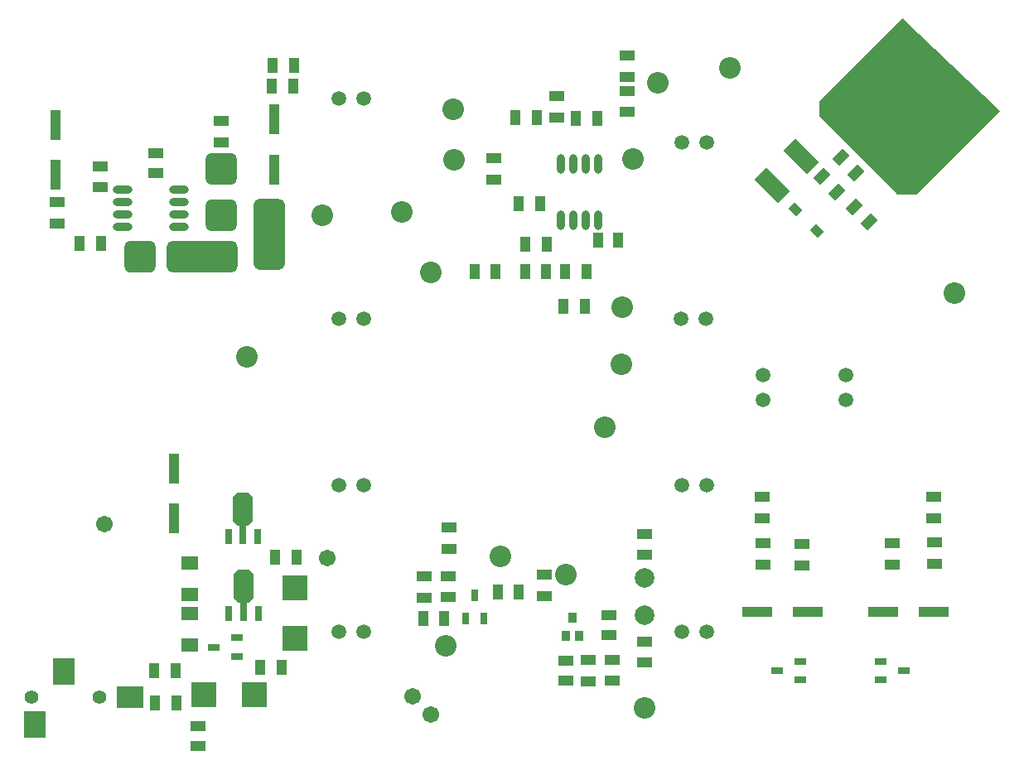
<source format=gts>
G04*
G04 #@! TF.GenerationSoftware,Altium Limited,Altium Designer,22.6.1 (34)*
G04*
G04 Layer_Color=8388736*
%FSLAX44Y44*%
%MOMM*%
G71*
G04*
G04 #@! TF.SameCoordinates,B2E29BDE-533A-453F-A1E7-46E19EE0E789*
G04*
G04*
G04 #@! TF.FilePolarity,Negative*
G04*
G01*
G75*
%ADD22R,1.0532X1.5532*%
%ADD23R,2.7032X2.2032*%
%ADD24R,2.2032X2.7032*%
%ADD25R,1.5532X1.0532*%
%ADD26R,1.0032X3.0532*%
%ADD27R,1.0032X3.0532*%
%ADD28R,1.6032X1.1032*%
G04:AMPARAMS|DCode=29|XSize=3.2032mm|YSize=3.2032mm|CornerRadius=0.5516mm|HoleSize=0mm|Usage=FLASHONLY|Rotation=0.000|XOffset=0mm|YOffset=0mm|HoleType=Round|Shape=RoundedRectangle|*
%AMROUNDEDRECTD29*
21,1,3.2032,2.1000,0,0,0.0*
21,1,2.1000,3.2032,0,0,0.0*
1,1,1.1032,1.0500,-1.0500*
1,1,1.1032,-1.0500,-1.0500*
1,1,1.1032,-1.0500,1.0500*
1,1,1.1032,1.0500,1.0500*
%
%ADD29ROUNDEDRECTD29*%
G04:AMPARAMS|DCode=30|XSize=7.2032mm|YSize=3.2032mm|CornerRadius=0.5516mm|HoleSize=0mm|Usage=FLASHONLY|Rotation=0.000|XOffset=0mm|YOffset=0mm|HoleType=Round|Shape=RoundedRectangle|*
%AMROUNDEDRECTD30*
21,1,7.2032,2.1000,0,0,0.0*
21,1,6.1000,3.2032,0,0,0.0*
1,1,1.1032,3.0500,-1.0500*
1,1,1.1032,-3.0500,-1.0500*
1,1,1.1032,-3.0500,1.0500*
1,1,1.1032,3.0500,1.0500*
%
%ADD30ROUNDEDRECTD30*%
G04:AMPARAMS|DCode=31|XSize=3.2032mm|YSize=7.2032mm|CornerRadius=0.5516mm|HoleSize=0mm|Usage=FLASHONLY|Rotation=0.000|XOffset=0mm|YOffset=0mm|HoleType=Round|Shape=RoundedRectangle|*
%AMROUNDEDRECTD31*
21,1,3.2032,6.1000,0,0,0.0*
21,1,2.1000,7.2032,0,0,0.0*
1,1,1.1032,1.0500,-3.0500*
1,1,1.1032,-1.0500,-3.0500*
1,1,1.1032,-1.0500,3.0500*
1,1,1.1032,1.0500,3.0500*
%
%ADD31ROUNDEDRECTD31*%
%ADD32O,2.0032X0.8032*%
%ADD33R,3.0532X1.0032*%
%ADD34R,3.0532X1.0032*%
G04:AMPARAMS|DCode=35|XSize=0.9532mm|YSize=1.1032mm|CornerRadius=0mm|HoleSize=0mm|Usage=FLASHONLY|Rotation=225.000|XOffset=0mm|YOffset=0mm|HoleType=Round|Shape=Rectangle|*
%AMROTATEDRECTD35*
4,1,4,-0.0530,0.7271,0.7271,-0.0530,0.0530,-0.7271,-0.7271,0.0530,-0.0530,0.7271,0.0*
%
%ADD35ROTATEDRECTD35*%

%ADD36R,2.5532X2.5532*%
%ADD37R,2.5532X2.5532*%
%ADD38R,1.8032X1.4532*%
%ADD39R,1.1032X1.6032*%
%ADD40R,1.2032X0.8032*%
%ADD41R,0.9032X1.1032*%
G04:AMPARAMS|DCode=42|XSize=2.0032mm|YSize=3.4032mm|CornerRadius=0mm|HoleSize=0mm|Usage=FLASHONLY|Rotation=180.000|XOffset=0mm|YOffset=0mm|HoleType=Round|Shape=Octagon|*
%AMOCTAGOND42*
4,1,8,0.5008,-1.7016,-0.5008,-1.7016,-1.0016,-1.2008,-1.0016,1.2008,-0.5008,1.7016,0.5008,1.7016,1.0016,1.2008,1.0016,-1.2008,0.5008,-1.7016,0.0*
%
%ADD42OCTAGOND42*%

%ADD43R,0.8032X2.2032*%
%ADD44R,0.8032X1.6032*%
G04:AMPARAMS|DCode=45|XSize=1.7032mm|YSize=10.2032mm|CornerRadius=0.4766mm|HoleSize=0mm|Usage=FLASHONLY|Rotation=135.000|XOffset=0mm|YOffset=0mm|HoleType=Round|Shape=RoundedRectangle|*
%AMROUNDEDRECTD45*
21,1,1.7032,9.2500,0,0,135.0*
21,1,0.7500,10.2032,0,0,135.0*
1,1,0.9532,3.0052,3.5355*
1,1,0.9532,3.5355,3.0052*
1,1,0.9532,-3.0052,-3.5355*
1,1,0.9532,-3.5355,-3.0052*
%
%ADD45ROUNDEDRECTD45*%
G04:AMPARAMS|DCode=46|XSize=1.7032mm|YSize=3.4032mm|CornerRadius=0mm|HoleSize=0mm|Usage=FLASHONLY|Rotation=45.000|XOffset=0mm|YOffset=0mm|HoleType=Round|Shape=Rectangle|*
%AMROTATEDRECTD46*
4,1,4,0.6010,-1.8054,-1.8054,0.6010,-0.6010,1.8054,1.8054,-0.6010,0.6010,-1.8054,0.0*
%
%ADD46ROTATEDRECTD46*%

G04:AMPARAMS|DCode=47|XSize=1.5532mm|YSize=1.0532mm|CornerRadius=0mm|HoleSize=0mm|Usage=FLASHONLY|Rotation=45.000|XOffset=0mm|YOffset=0mm|HoleType=Round|Shape=Rectangle|*
%AMROTATEDRECTD47*
4,1,4,-0.1768,-0.9215,-0.9215,-0.1768,0.1768,0.9215,0.9215,0.1768,-0.1768,-0.9215,0.0*
%
%ADD47ROTATEDRECTD47*%

%ADD48O,0.8032X2.0032*%
%ADD49R,0.8032X1.2032*%
%ADD50C,1.5032*%
%ADD51C,1.4032*%
%ADD52C,2.2032*%
%ADD53C,2.0032*%
%ADD54C,1.7032*%
G36*
X828222Y677135D02*
X908222Y597135D01*
X928222D01*
X1013222Y682135D01*
X913222Y777135D01*
X828222Y692135D01*
Y677135D01*
D02*
G37*
D22*
X527575Y545951D02*
D03*
X549575D02*
D03*
X94133Y547206D02*
D03*
X72133D02*
D03*
X269424Y729261D02*
D03*
X291424D02*
D03*
X268922Y707703D02*
D03*
X290921D02*
D03*
X171721Y77094D02*
D03*
X149721D02*
D03*
X568197Y518024D02*
D03*
X590197D02*
D03*
X293936Y226099D02*
D03*
X271936D02*
D03*
X567149Y483037D02*
D03*
X589149D02*
D03*
X543203Y587963D02*
D03*
X521203D02*
D03*
X579802Y675210D02*
D03*
X601802D02*
D03*
X539758Y675574D02*
D03*
X517758D02*
D03*
X171023Y110302D02*
D03*
X149023D02*
D03*
X256656Y113442D02*
D03*
X278657D02*
D03*
D23*
X124121Y82666D02*
D03*
D24*
X27121Y54666D02*
D03*
X56121Y109666D02*
D03*
D25*
X217405Y672636D02*
D03*
Y650636D02*
D03*
X49305Y589305D02*
D03*
X49305Y567305D02*
D03*
X495614Y612503D02*
D03*
Y634503D02*
D03*
X547272Y208263D02*
D03*
Y186263D02*
D03*
X424740Y206620D02*
D03*
Y184620D02*
D03*
X945682Y287996D02*
D03*
X945682Y265997D02*
D03*
X632257Y739490D02*
D03*
Y717490D02*
D03*
X560436Y697574D02*
D03*
Y675574D02*
D03*
X770809Y240220D02*
D03*
Y218220D02*
D03*
X946000Y241000D02*
D03*
Y219000D02*
D03*
X770368Y266263D02*
D03*
X770368Y288263D02*
D03*
X902680Y240812D02*
D03*
Y218812D02*
D03*
X811000Y240000D02*
D03*
Y218000D02*
D03*
X448992Y207034D02*
D03*
Y185035D02*
D03*
X592223Y99470D02*
D03*
Y121470D02*
D03*
X449753Y234593D02*
D03*
Y256593D02*
D03*
D26*
X47985Y617153D02*
D03*
X271382Y622654D02*
D03*
X168868Y265595D02*
D03*
D27*
X47985Y668403D02*
D03*
X271382Y673904D02*
D03*
X168868Y316845D02*
D03*
D28*
X93708Y625406D02*
D03*
Y604405D02*
D03*
X150543Y618621D02*
D03*
Y639621D02*
D03*
X616504Y120948D02*
D03*
Y99947D02*
D03*
X569632Y120638D02*
D03*
X569632Y99637D02*
D03*
X650287Y249565D02*
D03*
X650287Y228565D02*
D03*
X613297Y146122D02*
D03*
Y167122D02*
D03*
X632257Y681448D02*
D03*
Y702448D02*
D03*
X193411Y32771D02*
D03*
Y53771D02*
D03*
X649746Y139734D02*
D03*
X649746Y118734D02*
D03*
D29*
X217255Y623590D02*
D03*
X217508Y575941D02*
D03*
X134552Y533403D02*
D03*
D30*
X198122Y533124D02*
D03*
D31*
X266620Y556222D02*
D03*
D32*
X174187Y564063D02*
D03*
X174187Y576763D02*
D03*
X116687Y564063D02*
D03*
X116687Y576763D02*
D03*
X174187Y589463D02*
D03*
Y602164D02*
D03*
X116687Y589463D02*
D03*
X116687Y602163D02*
D03*
D33*
X893750Y170000D02*
D03*
X816250D02*
D03*
D34*
X945000D02*
D03*
X765000D02*
D03*
D35*
X804077Y581943D02*
D03*
X826351Y559669D02*
D03*
D36*
X292495Y142746D02*
D03*
Y194746D02*
D03*
D37*
X199090Y85919D02*
D03*
X251090D02*
D03*
D38*
X185345Y187976D02*
D03*
Y220476D02*
D03*
X185313Y136441D02*
D03*
Y168941D02*
D03*
D39*
X500119Y190697D02*
D03*
X521119D02*
D03*
X476550Y518172D02*
D03*
X497550D02*
D03*
X602114Y550351D02*
D03*
X623114D02*
D03*
X548920Y518141D02*
D03*
X527920D02*
D03*
X445005Y163539D02*
D03*
X424005Y163539D02*
D03*
D40*
X209536Y134099D02*
D03*
X233536Y143599D02*
D03*
Y124599D02*
D03*
X915000Y110000D02*
D03*
X891000Y100500D02*
D03*
Y119500D02*
D03*
X785000Y110000D02*
D03*
X809000Y119500D02*
D03*
Y100500D02*
D03*
D41*
X576232Y164374D02*
D03*
X569732Y145374D02*
D03*
X582732D02*
D03*
D42*
X239475Y275502D02*
D03*
X240090Y196705D02*
D03*
D43*
X239475Y250502D02*
D03*
X240090Y171705D02*
D03*
D44*
X254475Y247502D02*
D03*
X224475D02*
D03*
X255090Y168705D02*
D03*
X225090D02*
D03*
D45*
X897923Y683460D02*
D03*
X913221Y667135D02*
D03*
X940371Y653484D02*
D03*
X883221Y707135D02*
D03*
D46*
X810222Y636087D02*
D03*
X780523Y606388D02*
D03*
D47*
X846518Y599790D02*
D03*
X830962Y615347D02*
D03*
X863958Y584450D02*
D03*
X879514Y568894D02*
D03*
X850444Y634913D02*
D03*
X866000Y619357D02*
D03*
D48*
X602066Y627857D02*
D03*
X589366D02*
D03*
X576666D02*
D03*
X563966D02*
D03*
X602066Y570357D02*
D03*
X589366D02*
D03*
X576666D02*
D03*
X563966D02*
D03*
D49*
X466866Y163533D02*
D03*
X485866D02*
D03*
X476366Y187534D02*
D03*
D50*
X856000Y387100D02*
D03*
Y412500D02*
D03*
X771000Y387100D02*
D03*
Y412500D02*
D03*
X687600Y650000D02*
D03*
X713000D02*
D03*
X712922Y470077D02*
D03*
X687522D02*
D03*
X337350Y300000D02*
D03*
X362750D02*
D03*
X362650Y150000D02*
D03*
X337250D02*
D03*
X687600Y300000D02*
D03*
X713000D02*
D03*
X687600Y150000D02*
D03*
X713000D02*
D03*
X362650Y470000D02*
D03*
X337250D02*
D03*
X362650Y695000D02*
D03*
X337250D02*
D03*
D51*
X93121Y82666D02*
D03*
X23121D02*
D03*
D52*
X320408Y576184D02*
D03*
X966431Y496098D02*
D03*
X663126Y711040D02*
D03*
X626417Y422952D02*
D03*
X638219Y632952D02*
D03*
X402185Y579009D02*
D03*
X455454Y632783D02*
D03*
X454676Y684042D02*
D03*
X649746Y71876D02*
D03*
X243703Y431374D02*
D03*
X627431Y481873D02*
D03*
X431267Y517146D02*
D03*
X502644Y226795D02*
D03*
X447016Y135535D02*
D03*
X737131Y726879D02*
D03*
X609224Y358714D02*
D03*
X569224Y208714D02*
D03*
D53*
X650287Y167122D02*
D03*
Y205122D02*
D03*
D54*
X431408Y65383D02*
D03*
X413200Y83591D02*
D03*
X98000Y260000D02*
D03*
X325181Y224941D02*
D03*
M02*

</source>
